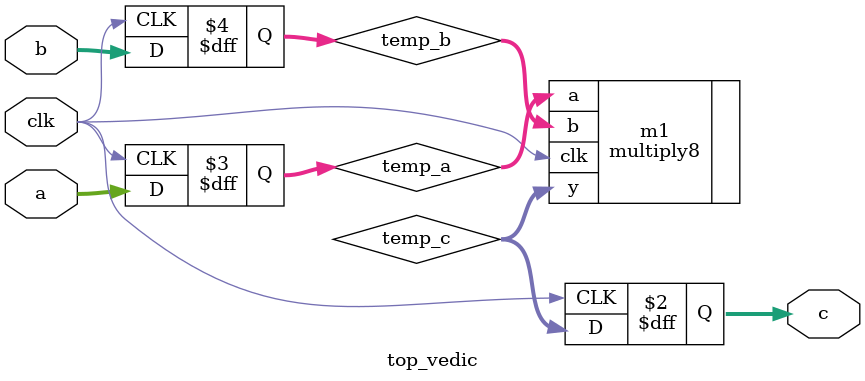
<source format=v>
module top_vedic  (input [7:0]a,
input [7:0] b,
input clk,
output reg [15:0]c    );
wire [15:0] temp_c;
reg [7:0] temp_a,temp_b;
multiply8 m1(.clk(clk),.a(temp_a),.b(temp_b),.y(temp_c));
always @(posedge clk)
begin
    temp_a<=a;
    temp_b<=b;
    c<=temp_c;
end

endmodule
</source>
